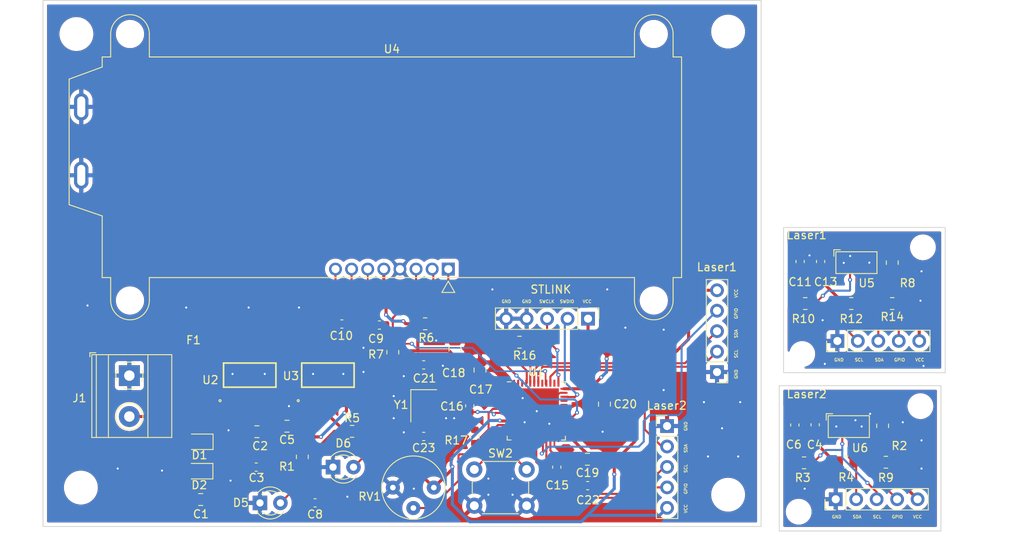
<source format=kicad_pcb>
(kicad_pcb (version 20211014) (generator pcbnew)
  (layers (0 "F.Cu" signal) (31 "B.Cu" signal) (34 "B.Paste" user) (35 "F.Paste" user) (36 "B.SilkS" user "B.Silkscreen") (37 "F.SilkS" user "F.Silkscreen") (38 "B.Mask" user) (39 "F.Mask" user) (44 "Edge.Cuts" user))
  (net 0 "")
  (net 1 "Net-(C1-Pad1)")
  (net 2 "GNDREF")
  (net 3 "+5V")
  (net 4 "+3V3")
  (net 5 "Net-(C9-Pad2)")
  (net 6 "Net-(C10-Pad1)")
  (net 7 "Net-(C10-Pad2)")
  (net 8 "Net-(C15-Pad1)")
  (net 9 "Net-(C16-Pad1)")
  (net 10 "RCC_OSC_IN")
  (net 11 "Net-(C23-Pad1)")
  (net 12 "Net-(D5-Pad2)")
  (net 13 "Net-(D6-Pad2)")
  (net 14 "+12V")
  (net 15 "SYS_JTMS-SWDIO")
  (net 16 "SYS_JTCLK-SWCLK")
  (net 17 "Net-(R2-Pad2)")
  (net 18 "I2C2_SCL_LASER2")
  (net 19 "I2C2_SDA_LASER2")
  (net 20 "I2C3_SCL_NHD")
  (net 21 "I2C3_SDA_NHD")
  (net 22 "Net-(R8-Pad2)")
  (net 23 "GPIO1_LASER2")
  (net 24 "I2C1_SCL_LASER1")
  (net 25 "I2C1_SDA_LASER1")
  (net 26 "GPIO1_LASER1")
  (net 27 "Net-(R16-Pad1)")
  (net 28 "RCC_OSC_OUT")
  (net 29 "DISTANCE_REGULATOR")
  (net 30 "SWITCH_INFO_BUTTON")
  (net 36 "RESET_NHD")
  (net 54 "+3.3VDAC")
  (net 55 "GND2")
  (net 56 "+3.3VADC")
  (net 57 "GND")
  (net 58 "Net-(ConnLaser1MC1-Pad4)")
  (net 59 "Net-(ConnLaser2MC1-Pad4)")
  (net 60 "Net-(ConnLaser1MC1-Pad2)")
  (net 61 "Net-(ConnLaser1MC1-Pad3)")
  (net 62 "Net-(ConnLaser2MC1-Pad2)")
  (net 63 "Net-(ConnLaser2MC1-Pad3)")
  (footprint "Resistor_SMD:R_0805_2012Metric" (layer "F.Cu") (at 161.1122 76.5556 180)
    (fp_text reference "R16")
    (fp_text value "10K")
  )
  (footprint "Connector_PinHeader_2.54mm:PinHeader_1x05_P2.54mm_Vertical" (layer "F.Cu") (at 200.3552 96.0628 90)
    (fp_text reference "Laser2")
    (fp_text value "Conn_01x05")
  )
  (footprint "MountingHole:MountingHole_2.2mm_M2_DIN965" (layer "F.Cu") (at 195.7578 97.6122)
    (fp_text reference "REF**" hide)
    (fp_text value "MountingHole_2.2mm_M2_DIN965")
  )
  (footprint "TerminalBlock_Phoenix:TerminalBlock_Phoenix_MKDS-1,5-2-5.08_1x02_P5.08mm_Horizontal" (layer "F.Cu") (at 112.695 80.705 -90)
    (fp_text reference "J1")
    (fp_text value "Screw_Terminal_01x02")
  )
  (footprint "Capacitor_SMD:C_0603_1608Metric" (layer "F.Cu") (at 165.735 92.075 -90)
    (fp_text reference "C15")
    (fp_text value "100n")
  )
  (footprint "Package_DFN_QFN:QFN-48-1EP_7x7mm_P0.5mm_EP5.6x5.6mm" (layer "F.Cu") (at 163.195 85.09)
    (fp_text reference "U1")
    (fp_text value "STM32F411CEUx")
  )
  (footprint "Capacitor_SMD:C_0603_1608Metric" (layer "F.Cu") (at 198.4775 66.535 90)
    (fp_text reference "C13")
    (fp_text value "4.7uF")
  )
  (footprint "Capacitor_SMD:C_0603_1608Metric" (layer "F.Cu") (at 143.7262 74.422 180)
    (fp_text reference "C9")
    (fp_text value "1uF")
  )
  (footprint "Capacitor_SMD:C_0805_2012Metric" (layer "F.Cu") (at 132.255 86.99 180)
    (fp_text reference "C5")
    (fp_text value "47uF")
  )
  (footprint "Capacitor_SMD:C_0805_2012Metric" (layer "F.Cu") (at 128.525 87.675)
    (fp_text reference "C2")
    (fp_text value "47uF")
  )
  (footprint "Sensor_Distance:ST_VL53L1x" (layer "F.Cu") (at 201.9775 87.04)
    (fp_text reference "U6")
    (fp_text value "VL53L1CXV0FY1")
  )
  (footprint "Capacitor_SMD:C_0805_2012Metric" (layer "F.Cu") (at 121.55 96.1 180)
    (fp_text reference "C1")
    (fp_text value "47uF")
  )
  (footprint "Display:NHD-C0220BiZ" (layer "F.Cu") (at 145.275 51.575)
    (fp_text reference "U4")
    (fp_text value "NHD-C0220BIZ")
  )
  (footprint "Diode_SMD:D_0805_2012Metric" (layer "F.Cu") (at 121.4 88.925 180)
    (fp_text reference "D1")
    (fp_text value "D_Zener")
  )
  (footprint "Capacitor_SMD:C_0603_1608Metric" (layer "F.Cu") (at 195.9375 66.535 90)
    (fp_text reference "C11")
    (fp_text value "100nF")
  )
  (footprint "LED_THT:LED_D3.0mm" (layer "F.Cu") (at 128.9 96.52)
    (fp_text reference "D5")
    (fp_text value "Green LED 5V")
  )
  (footprint "MountingHole:MountingHole_3.2mm_M3" (layer "F.Cu") (at 106.125 38.275)
    (fp_text reference "REF**" hide)
    (fp_text value "MountingHole_3.2mm_M3")
  )
  (footprint "Resistor_SMD:R_0805_2012Metric" (layer "F.Cu") (at 201.6525 91.44)
    (fp_text reference "R4")
    (fp_text value "2K2")
  )
  (footprint "Resistor_SMD:R_0805_2012Metric" (layer "F.Cu") (at 196.4275 91.54)
    (fp_text reference "R3")
    (fp_text value "2K2")
  )
  (footprint "Connector_PinHeader_2.54mm:PinHeader_1x05_P2.54mm_Vertical" (layer "F.Cu") (at 185.6232 80.264 180)
    (fp_text reference "Laser1")
    (fp_text value "Conn_01x05")
  )
  (footprint "Sensor_Distance:ST_VL53L1x" (layer "F.Cu") (at 202.9225 66.675)
    (fp_text reference "U5")
    (fp_text value "VL53L1CXV0FY1")
  )
  (footprint "MountingHole:MountingHole_3.2mm_M3" (layer "F.Cu") (at 187 95.5)
    (fp_text reference "REF**" hide)
    (fp_text value "MountingHole_3.2mm_M3")
  )
  (footprint "Button_Switch_THT:SW_PUSH_6mm" (layer "F.Cu") (at 155.5 92.365)
    (fp_text reference "SW2")
    (fp_text value "SW_Push")
  )
  (footprint "Resistor_SMD:R_0805_2012Metric" (layer "F.Cu") (at 206.1775 86.94 90)
    (fp_text reference "R2")
    (fp_text value "10K")
  )
  (footprint "Capacitor_SMD:C_0805_2012Metric" (layer "F.Cu") (at 156.21 80.01 90)
    (fp_text reference "C17")
    (fp_text value "100nF")
  )
  (footprint "Resistor_SMD:R_0805_2012Metric" (layer "F.Cu") (at 140.335 87.63)
    (fp_text reference "R5")
    (fp_text value "390R(*)")
  )
  (footprint "MountingHole:MountingHole_2.2mm_M2_DIN965" (layer "F.Cu") (at 210.8675 84.5)
    (fp_text reference "REF**" hide)
    (fp_text value "MountingHole_2.2mm_M2_DIN965")
  )
  (footprint "Resistor_SMD:R_0805_2012Metric" (layer "F.Cu") (at 202.2875 71.755)
    (fp_text reference "R12")
    (fp_text value "2K2")
  )
  (footprint "Capacitor_SMD:C_0603_1608Metric" (layer "F.Cu") (at 128.445 92.07)
    (fp_text reference "C3")
    (fp_text value "100nF")
  )
  (footprint "Fuse:Fuse_0402_1005Metric" (layer "F.Cu") (at 120.65 77.465)
    (fp_text reference "F1")
    (fp_text value "Fuse")
  )
  (footprint "Capacitor_SMD:C_0603_1608Metric" (layer "F.Cu") (at 149.225 88.265 180)
    (fp_text reference "C23")
    (fp_text value "12p")
  )
  (footprint "Connector_PinHeader_2.54mm:PinHeader_1x05_P2.54mm_Vertical" (layer "F.Cu") (at 169.6166 73.6342 -90)
    (fp_text reference "STLINK")
    (fp_text value "Conn_01x05")
  )
  (footprint "Resistor_SMD:R_0805_2012Metric" (layer "F.Cu") (at 207.3675 66.675 90)
    (fp_text reference "R8")
    (fp_text value "10K")
  )
  (footprint "MountingHole:MountingHole_3.2mm_M3" (layer "F.Cu") (at 106.68 94.615)
    (fp_text reference "REF**" hide)
    (fp_text value "MountingHole_3.2mm_M3")
  )
  (footprint "Resistor_SMD:R_0805_2012Metric" (layer "F.Cu") (at 196.5725 71.755)
    (fp_text reference "R10")
    (fp_text value "2K2")
  )
  (footprint "Resistor_SMD:R_0603_1608Metric" (layer "F.Cu") (at 155.575 88.265 90)
    (fp_text reference "R17")
    (fp_text value "47")
  )
  (footprint "Crystal:Crystal_SMD_SeikoEpson_FA238-4Pin_3.2x2.5mm" (layer "F.Cu") (at 149.225 84.455 -90)
    (fp_text reference "Y1")
    (fp_text value "16MHz")
  )
  (footprint "Resistor_SMD:R_0805_2012Metric" (layer "F.Cu") (at 206.5775 91.465 180)
    (fp_text reference "R9")
    (fp_text value "10K")
  )
  (footprint "Capacitor_SMD:C_0603_1608Metric" (layer "F.Cu") (at 197.8025 86.815 90)
    (fp_text reference "C4")
    (fp_text value "100nF")
  )
  (footprint "Connector_PinHeader_2.54mm:PinHeader_1x05_P2.54mm_Vertical" (layer "F.Cu") (at 200.5584 76.4032 90)
    (fp_text reference "Laser1")
    (fp_text value "Conn_01x05")
  )
  (footprint "Capacitor_SMD:C_0805_2012Metric" (layer "F.Cu") (at 169.545 91.1 180)
    (fp_text reference "C19")
    (fp_text value "100nF")
  )
  (footprint "MountingHole:MountingHole_3.2mm_M3" (layer "F.Cu") (at 187 37.975)
    (fp_text reference "REF**" hide)
    (fp_text value "MountingHole_3.2mm_M3")
  )
  (footprint "Capacitor_SMD:C_0603_1608Metric" (layer "F.Cu") (at 169.575 94.375 180)
    (fp_text reference "C22")
    (fp_text value "4.7uF")
  )
  (footprint "NCP1117ST33T3G:SOT230P700X180-4N" (layer "F.Cu") (at 137.335 80.645 90)
    (fp_text reference "U3")
    (fp_text value "NCP1117ST33T3G")
  )
  (footprint "Resistor_SMD:R_0805_2012Metric" (layer "F.Cu") (at 145.3896 77.7983 90)
    (fp_text reference "R7")
    (fp_text value "2K2")
  )
  (footprint "Capacitor_SMD:C_0603_1608Metric" (layer "F.Cu") (at 135.74 96.51 180)
    (fp_text reference "C8")
    (fp_text value "100nF")
  )
  (footprint "Resistor_SMD:R_0805_2012Metric" (layer "F.Cu") (at 149.4047 74.2696)
    (fp_text reference "R6")
    (fp_text value "2K2")
  )
  (footprint "MountingHole:MountingHole_2.2mm_M2_DIN965" (layer "F.Cu") (at 211.1775 64.77)
    (fp_text reference "REF**" hide)
    (fp_text value "MountingHole_2.2mm_M2_DIN965")
  )
  (footprint "Resistor_SMD:R_0805_2012Metric" (layer "F.Cu") (at 207.3675 71.755 180)
    (fp_text reference "R14")
    (fp_text value "10K")
  )
  (footprint "Capacitor_SMD:C_0603_1608Metric" (layer "F.Cu") (at 149.225 79.375)
    (fp_text reference "C21")
    (fp_text value "12p")
  )
  (footprint "Connector_PinHeader_2.54mm:PinHeader_1x05_P2.54mm_Vertical" (layer "F.Cu") (at 179.4256 86.9696)
    (fp_text reference "Laser2")
    (fp_text value "Conn_01x05")
  )
  (footprint "Capacitor_SMD:C_0805_2012Metric" (layer "F.Cu") (at 153.1 77.405 90)
    (fp_text reference "C18")
    (fp_text value "100nF")
  )
  (footprint "Resistor_SMD:R_0805_2012Metric" (layer "F.Cu") (at 134.16 90.8 -90)
    (fp_text reference "R1")
    (fp_text value "390R(*)")
  )
  (footprint "Diode_SMD:D_0805_2012Metric" (layer "F.Cu") (at 121.375 92.575 180)
    (fp_text reference "D2")
    (fp_text value "D_Zener")
  )
  (footprint "Potentiometer_THT:Potentiometer_Bourns_3339P_Vertical_HandSoldering" (layer "F.Cu") (at 150.48 94.615 90)
    (fp_text reference "RV1")
    (fp_text value "10k")
  )
  (footprint "MountingHole:MountingHole_2.2mm_M2_DIN965" (layer "F.Cu") (at 196.2 78.025)
    (fp_text reference "REF**" hide)
    (fp_text value "MountingHole_2.2mm_M2_DIN965")
  )
  (footprint "Capacitor_SMD:C_0603_1608Metric" (layer "F.Cu") (at 139.065 74.295)
    (fp_text reference "C10")
    (fp_text value "1uF")
  )
  (footprint "NCP1117ST50T3G:SOT230P700X180-4N" (layer "F.Cu") (at 127.635 80.645 90)
    (fp_text reference "U2")
    (fp_text value "NCP1117ST50T3G")
  )
  (footprint "Capacitor_SMD:C_0603_1608Metric" (layer "F.Cu") (at 154.94 84.455 90)
    (fp_text reference "C16")
    (fp_text value "100n")
  )
  (footprint "LED_THT:LED_D3.0mm" (layer "F.Cu") (at 137.97 92.07)
    (fp_text reference "D6")
    (fp_text value "Green LED 5V")
  )
  (footprint "Capacitor_SMD:C_0805_2012Metric" (layer "F.Cu") (at 171.6532 84.2518 -90)
    (fp_text reference "C20")
    (fp_text value "100nF")
  )
  (footprint "Capacitor_SMD:C_0603_1608Metric" (layer "F.Cu") (at 195.2775 86.84 90)
    (fp_text reference "C6")
    (fp_text value "4.7uF")
  )
  (gr_rect (start 213.4075 81.96) (end 193.3475 100.0018) (layer "Edge.Cuts") (width 0.1) (fill none))
  (gr_rect (start 101.981 34.1) (end 191.099 99.444) (layer "Edge.Cuts") (width 0.1) (fill none))
  (gr_rect (start 213.9442 62.3023) (end 193.8842 80.3441) (layer "Edge.Cuts") (width 0.1) (fill none))
  (gr_text "GND" (at 159.474992 71.5) (layer "F.SilkS") (effects (font (size 0.381 0.381) (thickness 0.0762))))
  (gr_text "VCC" (at 210.774999 78.750009) (layer "F.SilkS") (effects (font (size 0.381 0.381) (thickness 0.0762))))
  (gr_text "VCC" (at 210.499992 98.250004) (layer "F.SilkS") (effects (font (size 0.381 0.381) (thickness 0.0762))))
  (gr_text "VCC" (at 181.750004 97.25 90) (layer "F.SilkS") (effects (font (size 0.381 0.381) (thickness 0.0762))))
  (gr_text "SCL" (at 205.5 98.25) (layer "F.SilkS") (effects (font (size 0.381 0.381) (thickness 0.0762))))
  (gr_text "VCC" (at 169.499991 71.500009) (layer "F.SilkS") (effects (font (size 0.381 0.381) (thickness 0.0762))))
  (gr_text "SDA" (at 188.000005 75.500001 90) (layer "F.SilkS") (effects (font (size 0.381 0.381) (thickness 0.0762))))
  (gr_text "GND" (at 162 71.5) (layer "F.SilkS") (effects (font (size 0.381 0.381) (thickness 0.0762))))
  (gr_text "SCL" (at 203.25 78.750005) (layer "F.SilkS") (effects (font (size 0.381 0.381) (thickness 0.0762))))
  (gr_text "SDA" (at 203 98.25) (layer "F.SilkS") (effects (font (size 0.381 0.381) (thickness 0.0762))))
  (gr_text "SWCLK" (at 164.500001 71.500009) (layer "F.SilkS") (effects (font (size 0.381 0.381) (thickness 0.0762))))
  (gr_text "GPIO" (at 207.999995 98.25) (layer "F.SilkS") (effects (font (size 0.381 0.381) (thickness 0.0762))))
  (gr_text "GPIO" (at 188.000005 73.000006 90) (layer "F.SilkS") (effects (font (size 0.381 0.381) (thickness 0.0762))))
  (gr_text "GND" (at 200.75 78.75) (layer "F.SilkS") (effects (font (size 0.381 0.381) (thickness 0.0762))))
  (gr_text "SDA" (at 205.75 78.75) (layer "F.SilkS") (effects (font (size 0.381 0.381) (thickness 0.0762))))
  (gr_text "GND" (at 200.474993 98.249995) (layer "F.SilkS") (effects (font (size 0.381 0.381) (thickness 0.0762))))
  (gr_text "GND" (at 181.75 87 90) (layer "F.SilkS") (effects (font (size 0.381 0.381) (thickness 0.0762))))
  (gr_text "SCL" (at 181.750005 92.250006 90) (layer "F.SilkS") (effects (font (size 0.381 0.381) (thickness 0.0762))))
  (gr_text "GPIO" (at 181.750005 94.750001 90) (layer "F.SilkS") (effects (font (size 0.381 0.381) (thickness 0.0762))))
  (gr_text "SCL" (at 188.000005 77.999996 90) (layer "F.SilkS") (effects (font (size 0.381 0.381) (thickness 0.0762))))
  (gr_text "SWDIO" (at 166.999996 71.500009) (layer "F.SilkS") (effects (font (size 0.381 0.381) (thickness 0.0762))))
  (gr_text "GND" (at 188 80.525008 90) (layer "F.SilkS") (effects (font (size 0.381 0.381) (thickness 0.0762))))
  (gr_text "SDA" (at 181.750005 89.750011 90) (layer "F.SilkS") (effects (font (size 0.381 0.381) (thickness 0.0762))))
  (gr_text "GPIO" (at 208.275002 78.750005) (layer "F.SilkS") (effects (font (size 0.381 0.381) (thickness 0.0762))))
  (gr_text "VCC" (at 188.000009 70.500009 90) (layer "F.SilkS") (effects (font (size 0.381 0.381) (thickness 0.0762))))
  (segment (start 130.6786 83.545) (end 129.935 83.545) (width 0.254) (layer "F.Cu") (net 1))
  (segment (start 122.6794 75.9206) (end 131.7498 75.9206) (width 0.254) (layer "F.Cu") (net 1))
  (segment (start 122.28 93.9875) (end 122.2675 93.975) (width 0.254) (layer "F.Cu") (net 1))
  (segment (start 122.2675 84.5901) (end 121.135 83.4576) (width 0.254) (layer "F.Cu") (net 1))
  (segment (start 122.28 96.515) (end 122.28 93.9875) (width 0.254) (layer "F.Cu") (net 1))
  (segment (start 122.2675 91.115) (end 122.2675 84.5901) (width 0.254) (layer "F.Cu") (net 1))
  (segment (start 131.7498 75.9206) (end 131.7498 82.4738) (width 0.254) (layer "F.Cu") (net 1))
  (segment (start 121.135 77.465) (end 122.6794 75.9206) (width 0.254) (layer "F.Cu") (net 1))
  (segment (start 122.2675 91.115) (end 122.2675 93.975) (width 0.254) (layer "F.Cu") (net 1))
  (segment (start 131.7498 82.4738) (end 130.6786 83.545) (width 0.254) (layer "F.Cu") (net 1))
  (segment (start 121.135 83.4576) (end 121.135 77.465) (width 0.254) (layer "F.Cu") (net 1))
  (segment (start 160.945 82.84) (end 160.945 81.6525) (width 0.2032) (layer "F.Cu") (net 2))
  (segment (start 165.445 87.32) (end 165.445 88.5275) (width 0.2032) (layer "F.Cu") (net 2))
  (segment (start 163.25 85.125) (end 163.852178 85.125) (width 0.2032) (layer "F.Cu") (net 2))
  (segment (start 167.415 91.44) (end 168.595 91.44) (width 0.2032) (layer "F.Cu") (net 2))
  (segment (start 163.195 85.09) (end 160.945 82.84) (width 0.2032) (layer "F.Cu") (net 2))
  (segment (start 163.25 85.125) (end 163.16 85.125) (width 0.2032) (layer "F.Cu") (net 2))
  (segment (start 164.8125 86.6875) (end 165.445 87.32) (width 0.2032) (layer "F.Cu") (net 2))
  (segment (start 159.7575 85.84) (end 162.445 85.84) (width 0.2032) (layer "F.Cu") (net 2))
  (segment (start 166.137178 82.84) (end 166.6325 82.84) (width 0.2032) (layer "F.Cu") (net 2))
  (segment (start 162.445 85.84) (end 163.195 85.09) (width 0.2032) (layer "F.Cu") (net 2))
  (segment (start 165.445 88.5275) (end 165.445 89.47) (width 0.2032) (layer "F.Cu") (net 2))
  (segment (start 150.025 83.355) (end 150.025 83.455) (width 0.2032) (layer "F.Cu") (net 2))
  (segment (start 163.16 85.125) (end 162.34892 85.93608) (width 0.2032) (layer "F.Cu") (net 2))
  (segment (start 165.445 89.47) (end 167.415 91.44) (width 0.2032) (layer "F.Cu") (net 2))
  (segment (start 148.425 85.055) (end 148.425 85.555) (width 0.2032) (layer "F.Cu") (net 2))
  (segment (start 163.852178 85.125) (end 166.137178 82.84) (width 0.2032) (layer "F.Cu") (net 2))
  (segment (start 150.025 83.455) (end 148.425 85.055) (width 0.2032) (layer "F.Cu") (net 2))
  (segment (start 163.25 85.125) (end 164.8125 86.6875) (width 0.2032) (layer "F.Cu") (net 2))
  (via (at 132.5 84.5) (size 0.508) (drill 0.254) (layers "F.Cu" "B.Cu") (net 2))
  (via (at 172 70) (size 0.508) (drill 0.254) (layers "F.Cu" "B.Cu") (net 2))
  (via (at 184.5 90.75) (size 0.508) (drill 0.254) (layers "F.Cu" "B.Cu") (net 2))
  (via (at 145.5 86) (size 0.508) (drill 0.254) (layers "F.Cu" "B.Cu") (net 2))
  (via (at 160.25 93.5) (size 0.508) (drill 0.254) (layers "F.Cu" "B.Cu") (net 2))
  (via (at 111.25 92.25) (size 0.508) (drill 0.254) (layers "F.Cu" "B.Cu") (net 2))
  (via (at 186.25 87.25) (size 0.508) (drill 0.254) (layers "F.Cu" "B.Cu") (net 2))
  (via (at 188.25 90.75) (size 0.508) (drill 0.254) (layers "F.Cu" "B.Cu") (net 2))
  (via (at 139.75 95.75) (size 0.508) (drill 0.254) (layers "F.Cu" "B.Cu") (net 2))
  (via (at 157.25 95.5) (size 0.508) (drill 0.254) (layers "F.Cu" "B.Cu") (net 2))
  (via (at 157.25 93.5) (size 0.508) (drill 0.254) (layers "F.Cu" "B.Cu") (net 2))
  (via (at 150.775 76.35) (size 0.508) (drill 0.254) (layers "F.Cu" "B.Cu") (net 2))
  (via (at 146.75 87.75) (size 0.508) (drill 0.254) (layers "F.Cu" "B.Cu") (net 2))
  (via (at 161.75 86.5) (size 0.508) (drill 0.254) (layers "F.Cu" "B.Cu") (net 2))
  (via (at 188.5 84) (size 0.508) (drill 0.254) (layers "F.Cu" "B.Cu") (net 2))
  (via (at 135.5 80.5) (size 0.508) (drill 0.254) (layers "F.Cu" "B.Cu") (net 2))
  (via (at 148 94.75) (size 0.508) (drill 0.254) (layers "F.Cu" "B.Cu") (net 2))
  (via (at 129.5 80.5) (size 0.508) (drill 0.254) (layers "F.Cu" "B.Cu") (net 2))
  (via (at 151.6 79.475) (size 0.508) (drill 0.254) (layers "F.Cu" "B.Cu") (net 2))
  (via (at 127.5 72.25) (size 0.508) (drill 0.254) (layers "F.Cu" "B.Cu") (net 2))
  (via (at 161.5 83.5) (size 0.508) (drill 0.254) (layers "F.Cu" "B.Cu") (net 2))
  (via (at 146.75 80.775) (size 0.508) (drill 0.254) (layers "F.Cu" "B.Cu") (net 2))
  (via (at 145.5 83.25) (size 0.508) (drill 0.254) (layers "F.Cu" "B.Cu") (net 2))
  (via (at 171.425 87.675) (size 0.508) (drill 0.254) (layers "F.Cu" "B.Cu") (net 2))
  (via (at 125.25 93.75) (size 0.508) (drill 0.254) (layers "F.Cu" "B.Cu") (net 2))
  (via (at 141.75 80.25) (size 0.508) (drill 0.254) (layers "F.Cu" "B.Cu") (net 2))
  (via (at 164.8125 86.6875) (size 0.508) (drill 0.254) (layers "F.Cu" "B.Cu") (net 2))
  (via (at 179 82.5) (size 0.508) (drill 0.254) (layers "F.Cu" "B.Cu") (net 2))
  (via (at 125 87.5) (size 0.508) (drill 0.254) (layers "F.Cu" "B.Cu") (net 2))
  (via (at 116.75 92.5) (size 0.508) (drill 0.254) (layers "F.Cu" "B.Cu") (net 2))
  (via (at 119.75 72.25) (size 0.508) (drill 0.254) (layers "F.Cu" "B.Cu") (net 2))
  (via (at 153 86) (size 0.508) (drill 0.254) (layers "F.Cu" "B.Cu") (net 2))
  (via (at 152 86) (size 0.508) (drill 0.254) (layers "F.Cu" "B.Cu") (net 2))
  (via (at 174.25 74.75) (size 0.508) (drill 0.254) (layers "F.Cu" "B.Cu") (net 2))
  (via (at 184 84) (size 0.508) (drill 0.254) (layers "F.Cu" "B.Cu") (net 2))
  (via (at 125.5 80.5) (size 0.508) (drill 0.254) (layers "F.Cu" "B.Cu") (net 2))
  (via (at 141.75 77.25) (size 0.508) (drill 0.254) (layers "F.Cu" "B.Cu") (net 2))
  (via (at 139.25 80.5) (size 0.508) (drill 0.254) (layers "F.Cu" "B.Cu") (net 2))
  (via (at 157.75 70) (size 0.508) (drill 0.254) (layers "F.Cu" "B.Cu") (net 2))
  (via (at 163.25 85.125) (size 0.508) (drill 0.254) (layers "F.Cu" "B.Cu") (net 2))
  (via (at 160.25 95.5) (size 0.508) (drill 0.254) (layers "F.Cu" "B.Cu") (net 2))
  (via (at 179 75) (size 0.508) (drill 0.254) (layers "F.Cu" "B.Cu") (net 2))
  (via (at 133.75 72.25) (size 0.508) (drill 0.254) (layers "F.Cu" "B.Cu") (net 2))
  (via (at 107.5 72) (size 0.508) (drill 0.254) (layers "F.Cu" "B.Cu") (net 2))
  (segment (start 133.1409 90.9066) (end 128.8716 90.9066) (width 0.381) (layer "F.Cu") (net 3))
  (segment (start 139.635 83.545) (end 139.635 85.1042) (width 0.381) (layer "F.Cu") (net 3))
  (segment (start 128.8716 90.9066) (end 127.495 89.53) (width 0.381) (layer "F.Cu") (net 3))
  (segment (start 136.4742 88.3158) (end 135.7317 88.3158) (width 0.381) (layer "F.Cu") (net 3))
  (segment (start 127.67 89.705) (end 127.67 92.07) (width 0.381) (layer "F.Cu") (net 3))
  (segment (start 127.495 89.53) (end 127.495 83.685) (width 0.381) (layer "F.Cu") (net 3))
  (segment (start 127.495 83.685) (end 127.635 83.545) (width 0.381) (layer "F.Cu") (net 3))
  (segment (start 134.16 89.8875) (end 133.1409 90.9066) (width 0.381) (layer "F.Cu") (net 3))
  (segment (start 135.7317 88.3158) (end 134.16 89.8875) (width 0.381) (layer "F.Cu") (net 3))
  (segment (start 127.495 89.53) (end 127.67 89.705) (width 0.381) (layer "F.Cu") (net 3))
  (segment (start 139.635 85.1042) (end 139.3952 85.344) (width 0.381) (layer "F.Cu") (net 3))
  (via (at 139.3952 85.344) (size 0.508) (drill 0.254) (layers "F.Cu" "B.Cu") (net 3))
  (via (at 136.4742 88.3158) (size 0.508) (drill 0.254) (layers "F.Cu" "B.Cu") (net 3))
  (segment (start 139.3952 85.344) (end 136.4742 88.265) (width 0.381) (layer "B.Cu") (net 3))
  (segment (start 136.4742 88.265) (end 136.4742 88.3158) (width 0.381) (layer "B.Cu") (net 3))
  (segment (start 133.205 86.99) (end 135.8875 86.99) (width 0.381) (layer "F.Cu") (net 4))
  (segment (start 165.945 88.5275) (end 167.5825 88.5275) (width 0.381) (layer "F.Cu") (net 4))
  (segment (start 159.7575 82.34) (end 160.445 81.6525) (width 0.381) (layer "F.Cu") (net 4))
  (segment (start 139.4225 87.63) (end 137.335 85.5425) (width 0.381) (layer "F.Cu") (net 4))
  (segment (start 144.5514 70.6464) (end 144.275 70.37) (width 0.381) (layer "F.Cu") (net 4))
  (segment (start 145.3896 78.7108) (end 145.3896 80.101022) (width 0.381) (layer "F.Cu") (net 4))
  (segment (start 152.781 92.314) (end 150.48 94.615) (width 0.381) (layer "F.Cu") (net 4))
  (segment (start 175.4124 85.1662) (end 175.4124 88.8876) (width 0.381) (layer "F.Cu") (net 4))
  (segment (start 145.3896 78.7108) (end 146.4892 78.7108) (width 0.381) (layer "F.Cu") (net 4))
  (segment (start 148.4922 74.2696) (end 148.4922 77.5922) (width 0.381) (layer "F.Cu") (net 4))
  (segment (start 155.705 80.96) (end 156.21 80.96) (width 0.381) (layer "F.Cu") (net 4))
  (segment (start 156.21 80.96) (end 157.5968 80.96) (width 0.381) (layer "F.Cu") (net 4))
  (segment (start 150.48 94.615) (end 142.42718 86.56218) (width 0.381) (layer "F.Cu") (net 4))
  (segment (start 169.06218 90.00718) (end 169.100909 90.00718) (width 0.381) (layer "F.Cu") (net 4))
  (segment (start 153.1 78.355) (end 152.5776 78.355) (width 0.381) (layer "F.Cu") (net 4))
  (segment (start 144.5514 73.152) (end 144.5514 70.6464) (width 0.381) (layer "F.Cu") (net 4))
  (segment (start 170.6914 81.4836) (end 171.25 80.925) (width 0.381) (layer "F.Cu") (net 4))
  (segment (start 140.49032 86.56218) (end 139.4225 87.63) (width 0.381) (layer "F.Cu") (net 4))
  (segment (start 145.3896 80.101022) (end 142.42718 83.063442) (width 0.381) (layer "F.Cu") (net 4))
  (segment (start 171.7764 78.025) (end 172.25 78.025) (width 0.381) (layer "F.Cu") (net 4))
  (segment (start 184.0738 70.104) (end 185.6232 70.104) (width 0.381) (layer "F.Cu") (net 4))
  (segment (start 137.335 85.5425) (end 137.335 83.545) (width 0.381) (layer "F.Cu") (net 4))
  (segment (start 158.71439 86.34) (end 158.65609 86.2817) (width 0.381) (layer "F.Cu") (net 4))
  (segment (start 148.525 77.625) (end 152.37 77.625) (width 0.381) (layer "F.Cu") (net 4))
  (segment (start 148.4922 77.5922) (end 148.525 77.625) (width 0.381) (layer "F.Cu") (net 4))
  (segment (start 167.5825 88.5275) (end 169.06218 90.00718) (width 0.381) (layer "F.Cu") (net 4))
  (segment (start 138.1506 87.63) (end 139.4225 87.63) (width 0.381) (layer "F.Cu") (net 4))
  (segment (start 171.6532 83.3018) (end 173.548 83.3018) (width 0.381) (layer "F.Cu") (net 4))
  (segment (start 136.0678 96.0628) (end 136.0678 89.7128) (width 0.381) (layer "F.Cu") (net 4))
  (segment (start 180.2422 78.025) (end 182.0926 76.1746) (width 0.381) (layer "F.Cu") (net 4))
  (segment (start 175.4124 88.8876) (end 172.8724 91.4276) (width 0.381) (layer "F.Cu") (net 4))
  (segment (start 169.6166 75.8652) (end 171.7764 78.025) (width 0.381) (layer "F.Cu") (net 4))
  (segment (start 157.5968 80.96) (end 158.9768 82.34) (width 0.381) (layer "F.Cu") (net 4))
  (segment (start 136.0678 89.7128) (end 138.1506 87.63) (width 0.381) (layer "F.Cu") (net 4))
  (segment (start 171.925 78.35) (end 172.25 78.025) (width 0.381) (layer "F.Cu") (net 4))
  (segment (start 173.548 83.3018) (end 175.4124 85.1662) (width 0.381) (layer "F.Cu") (net 4))
  (segment (start 146.4892 78.7108) (end 147.575 77.625) (width 0.381) (layer "F.Cu") (net 4))
  (segment (start 142.42718 83.063442) (end 142.42718 86.56218) (width 0.381) (layer "F.Cu") (net 4))
  (segment (start 170.32 91.226271) (end 170.32 94.405) (width 0.381) (layer "F.Cu") (net 4))
  (segment (start 152.781 92.0242) (end 152.781 92.314) (width 0.381) (layer "F.Cu") (net 4))
  (segment (start 135.8875 86.99) (end 137.335 85.5425) (width 0.381) (layer "F.Cu") (net 4))
  (segment (start 171.925 78.61398) (end 171.925 78.35) (width 0.381) (layer "F.Cu") (net 4))
  (segment (start 159.7575 86.34) (end 158.71439 86.34) (width 0.381) (layer "F.Cu") (net 4))
  (segment (start 166.6325 82.34) (end 170.6914 82.34) (width 0.381) (layer "F.Cu") (net 4))
  (segment (start 144.275 70.37) (end 144.275 67.475) (width 0.381) (layer "F.Cu") (net 4))
  (segment (start 172.8724 91.4276) (end 172.8724 92.964) (width 0.381) (layer "F.Cu") (net 4))
  (segment (start 170.6914 82.34) (end 171.6532 83.3018) (width 0.381) (layer "F.Cu") (net 4))
  (segment (start 152.37 77.625) (end 155.705 80.96) (width 0.381) (layer "F.Cu") (net 4))
  (segment (start 172.25 78.025) (end 180.2422 78.025) (width 0.381) (layer "F.Cu") (net 4))
  (segment (start 142.42718 86.56218) (end 140.49032 86.56218) (width 0.381) (layer "F.Cu") (net 4))
  (segment (start 169.100909 90.00718) (end 170.32 91.226271) (width 0.381) (layer "F.Cu") (net 4))
  (segment (start 182.0926 76.1746) (end 182.0926 72.0852) (width 0.381) (layer "F.Cu") (net 4))
  (segment (start 169.6166 73.6342) (end 169.6166 75.8652) (width 0.381) (layer "F.Cu") (net 4))
  (segment (start 170.8226 91.4276) (end 170.495 91.1) (width 0.381) (layer "F.Cu") (net 4))
  (segment (start 170.6914 82.34) (end 170.6914 81.4836) (width 0.381) (layer "F.Cu") (net 4))
  (segment (start 172.8724 91.4276) (end 170.8226 91.4276) (width 0.381) (layer "F.Cu") (net 4))
  (segment (start 148.4922 74.2696) (end 147.0152 74.2696) (width 0.381) (layer "F.Cu") (net 4))
  (segment (start 147.575 77.625) (end 148.525 77.625) (width 0.381) (layer "F.Cu") (net 4))
  (segment (start 182.0926 72.0852) (end 184.0738 70.104) (width 0.381) (layer "F.Cu") (net 4))
  (segment (start 147.0152 74.2696) (end 146.685 73.9394) (width 0.381) (layer "F.Cu") (net 4))
  (segment (start 158.9768 82.34) (end 159.7575 82.34) (width 0.381) (layer "F.Cu") (net 4))
  (segment (start 136.515 96.51) (end 136.0678 96.0628) (width 0.381) (layer "F.Cu") (net 4))
  (via (at 158.65609 86.2817) (size 0.508) (drill 0.254) (layers "F.Cu" "B.Cu") (net 4))
  (via (at 152.781 92.0242) (size 0.508) (drill 0.254) (layers "F.Cu" "B.Cu") (net 4))
  (via (at 144.5514 73.152) (size 0.508) (drill 0.254) (layers "F.Cu" "B.Cu") (net 4))
  (via (at 146.685 73.9394) (size 0.508) (drill 0.254) (layers "F.Cu" "B.Cu") (net 4))
  (via (at 171.925 78.61398) (size 0.508) (drill 0.254) (layers "F.Cu" "B.Cu") (net 4))
  (via (at 171.25 80.925) (size 0.508) (drill 0.254) (layers "F.Cu" "B.Cu") (net 4))
  (via (at 172.8724 92.964) (size 0.508) (drill 0.254) (layers "F.Cu" "B.Cu") (net 4))
  (segment (start 152.6286 91.8718) (end 152.781 92.0242) (width 0.381) (layer "B.Cu") (net 4))
  (segment (start 157.3551 86.2817) (end 152.6286 91.0082) (width 0.381) (layer "B.Cu") (net 4))
  (segment (start 169.5625 98.0625) (end 172.8724 94.7526) (width 0.381) (layer "B.Cu") (net 4))
  (segment (start 172.8724 94.7526) (end 172.8724 92.964) (width 0.381) (layer "B.Cu") (net 4))
  (segment (start 152.6286 91.0082) (end 152.6286 91.8718) (width 0.381) (layer "B.Cu") (net 4))
  (segment (start 168.775 98.85) (end 169.5625 98.0625) (width 0.381) (layer "B.Cu") (net 4))
  (segment (start 152.781 92.0242) (end 152.781 96.706) (width 0.381) (layer "B.Cu") (net 4))
  (segment (start 145.3388 73.9394) (end 144.5514 73.152) (width 0.381) (layer "B.Cu") (net 4))
  (segment (start 169.5625 98.0625) (end 178.4927 98.0625) (width 0.381) (layer "B.Cu") (net 4))
  (segment (start 158.65609 86.2817) (end 157.3551 86.2817) (width 0.381) (layer "B.Cu") (net 4))
  (segment (start 154.925 98.85) (end 168.775 98.85) (width 0.381) (layer "B.Cu") (net 4))
  (segment (start 171.925 80.25) (end 171.925 78.61398) (width 0.381) (layer "B.Cu") (net 4))
  (segment (start 152.781 96.706) (end 154.925 98.85) (width 0.381) (layer "B.Cu") (net 4))
  (segment (start 171.25 80.925) (end 171.925 80.25) (width 0.381) (layer "B.Cu") (net 4))
  (segment (start 178.4927 98.0625) (end 179.4256 97.1296) (width 0.381) (layer "B.Cu") (net 4))
  (segment (start 146.685 73.9394) (end 145.3388 73.9394) (width 0.381) (layer "B.Cu") (net 4))
  (segment (start 142.275 70.37) (end 142.275 67.475) (width 0.2032) (layer "F.Cu") (net 5))
  (segment (start 142.415 73.8858) (end 142.9512 74.422) (width 0.2032) (layer "F.Cu") (net 5))
  (segment (start 142.415 70.51) (end 142.415 73.8858) (width 0.2032) (layer "F.Cu") (net 5))
  (segment (start 142.415 70.51) (end 142.275 70.37) (width 0.2032) (layer "F.Cu") (net 5))
  (segment (start 138.43 71.12) (end 138.275 70.965) (width 0.254) (layer "F.Cu") (net 6))
  (segment (start 138.43 74.155) (end 138.29 74.295) (width 0.254) (layer "F.Cu") (net 6))
  (segment (start 138.43 71.12) (end 138.43 74.155) (width 0.254) (layer "F.Cu") (net 6))
  (segment (start 138.29 74.295) (end 138.415 74.17) (width 0.2032) (layer "F.Cu") (net 6))
  (segment (start 138.275 70.965) (end 138.275 67.475) (width 0.254) (layer "F.Cu") (net 6))
  (segment (start 140.415 70.51) (end 140.275 70.37) (width 0.254) (layer "F.Cu") (net 7))
  (segment (start 140.415 70.51) (end 140.415 73.72) (width 0.254) (layer "F.Cu") (net 7))
  (segment (start 140.415 73.72) (end 139.84 74.295) (width 0.254) (layer "F.Cu") (net 7))
  (segment (start 140.275 70.37) (end 140.275 67.475) (width 0.254) (layer "F.Cu") (net 7))
  (segment (start 165.735 90.805) (end 164.945 90.015) (width 0.254) (layer "F.Cu") (net 8))
  (segment (start 165.735 91.3) (end 165.735 90.805) (width 0.254) (layer "F.Cu") (net 8))
  (segment (start 164.945 90.015) (end 164.945 88.5275) (width 0.254) (layer "F.Cu") (net 8))
  (segment (start 157.925328 85.510428) (end 158.095756 85.34) (width 0.254) (layer "F.Cu") (net 9))
  (segment (start 155.8922 85.23) (end 155.9052 85.217) (width 0.254) (layer "F.Cu") (net 9))
  (segment (start 154.94 85.23) (end 155.8922 85.23) (width 0.254) (layer "F.Cu") (net 9))
  (segment (start 158.095756 85.34) (end 159.7575 85.34) (width 0.254) (layer "F.Cu") (net 9))
  (via (at 155.9052 85.217) (size 0.508) (drill 0.254) (layers "F.Cu" "B.Cu") (net 9))
  (via (at 157.925328 85.510428) (size 0.508) (drill 0.254) (layers "F.Cu" "B.Cu") (net 9))
  (segment (start 155.9052 85.217) (end 157.6319 85.217) (width 0.254) (layer "B.Cu") (net 9))
  (segment (start 157.6319 85.217) (end 157.925328 85.510428) (width 0.254) (layer "B.Cu") (net 9))
  (segment (start 156.366289 82.350689) (end 158.3556 84.34) (width 0.254) (layer "F.Cu") (net 10))
  (segment (start 149.120689 82.350689) (end 156.366289 82.350689) (width 0.254) (layer "F.Cu") (net 10))
  (segment (start 148.425 83.355) (end 148.425 79.4) (width 0.254) (layer "F.Cu") (net 10))
  (segment (start 148.425 83.046378) (end 149.120689 82.350689) (width 0.254) (layer "F.Cu") (net 10))
  (segment (start 148.425 79.4) (end 148.45 79.375) (width 0.254) (layer "F.Cu") (net 10))
  (segment (start 148.425 83.355) (end 148.425 83.046378) (width 0.254) (layer "F.Cu") (net 10))
  (segment (start 158.3556 84.34) (end 159.7575 84.34) (width 0.254) (layer "F.Cu") (net 10))
  (segment (start 150 88.265) (end 152.2476 88.265) (width 0.254) (layer "F.Cu") (net 11))
  (segment (start 152.2476 88.265) (end 153.0726 87.44) (width 0.254) (layer "F.Cu") (net 11))
  (segment (start 153.0726 87.44) (end 155.575 87.44) (width 0.254) (layer "F.Cu") (net 11))
  (segment (start 150 88.265) (end 150.025 88.24) (width 0.254) (layer "F.Cu") (net 11))
  (segment (start 150.025 88.24) (end 150.025 85.555) (width 0.254) (layer "F.Cu") (net 11))
  (segment (start 131.44 96.52) (end 134.16 93.8) (width 0.254) (layer "F.Cu") (net 12))
  (segment (start 134.16 93.8) (end 134.16 91.7125) (width 0.254) (layer "F.Cu") (net 12))
  (segment (start 142.2654 88.6479) (end 141.2475 87.63) (width 0.254) (layer "F.Cu") (net 13))
  (segment (start 140.51 92.07) (end 142.2654 90.3146) (width 0.254) (layer "F.Cu") (net 13))
  (segment (start 142.2654 90.3146) (end 142.2654 88.6479) (width 0.254) (layer "F.Cu") (net 13))
  (segment (start 120.165 84.085) (end 120.165 77.465) (width 0.381) (layer "F.Cu") (net 14))
  (segment (start 112.695 85.785) (end 118.465 85.785) (width 0.381) (layer "F.Cu") (net 14))
  (segment (start 118.465 85.785) (end 120.165 84.085) (width 0.381) (layer "F.Cu") (net 14))
  (segment (start 167.9956 83.3628) (end 168.275 83.0834) (width 0.254) (layer "F.Cu") (net 15))
  (segment (start 166.6325 83.34) (end 167.088761 83.34) (width 0.254) (layer "F.Cu") (net 15))
  (segment (start 167.088761 83.34) (end 167.111561 83.3628) (width 0.254) (layer "F.Cu") (net 15))
  (segment (start 167.111561 83.3628) (end 167.9956 83.3628) (width 0.254) (layer "F.Cu") (net 15))
  (segment (start 168.275 83.0834) (end 168.275 83.0585) (width 0.254) (layer "F.Cu") (net 15))
  (via (at 168.275 83.0585) (size 0.508) (drill 0.254) (layers "F.Cu" "B.Cu") (net 15))
  (segment (start 166.735 73.9758) (end 167.0766 73.6342) (width 0.254) (layer "B.Cu") (net 15))
  (segment (start 168.275 83.0585) (end 166.735 81.5185) (width 0.254) (layer "B.Cu") (net 15))
  (segment (start 166.735 81.5185) (end 166.735 73.9758) (width 0.254) (layer "B.Cu") (net 15))
  (segment (start 165.939528 80.619948) (end 165.939528 81.647028) (width 0.254) (layer "F.Cu") (net 16))
  (segment (start 164.5366 73.6342) (end 164.5366 76.297) (width 0.254) (layer "F.Cu") (net 16))
  (segment (start 164.5366 76.297) (end 165.8112 77.5716) (width 0.254) (layer "F.Cu") (net 16))
  (segment (start 165.939528 81.647028) (end 165.945 81.6525) (width 0.254) (layer "F.Cu") (net 16))
  (via (at 165.8112 77.5716) (size 0.508) (drill 0.254) (layers "F.Cu" "B.Cu") (net 16))
  (via (at 165.939528 80.619948) (size 0.508) (drill 0.254) (layers "F.Cu" "B.Cu") (net 16))
  (segment (start 165.8112 77.5716) (end 165.8112 80.49162) (width 0.254) (layer "B.Cu") (net 16))
  (segment (start 165.8112 80.49162) (end 165.939528 80.619948) (width 0.254) (layer "B.Cu") (net 16))
  (segment (start 206.1775 86.0275) (end 206.1775 85.5021) (width 0.254) (layer "F.Cu") (net 17))
  (segment (start 206.1775 85.5021) (end 205.486 84.8106) (width 0.254) (layer "F.Cu") (net 17))
  (segment (start 205.486 84.8106) (end 204.1144 84.8106) (width 0.254) (layer "F.Cu") (net 17))
  (segment (start 204.1144 84.8106) (end 203.5775 85.3475) (width 0.254) (layer "F.Cu") (net 17))
  (segment (start 203.5775 85.3475) (end 203.5775 86.24) (width 0.254) (layer "F.Cu") (net 17))
  (segment (start 175.75068 95.39432) (end 165.24432 95.39432) (width 0.254) (layer "F.Cu") (net 18))
  (segment (start 179.2478 92.5322) (end 178.9303 92.2147) (width 0.254) (layer "F.Cu") (net 18))
  (segment (start 178.9303 92.2147) (end 175.75068 95.39432) (width 0.254) (layer "F.Cu") (net 18))
  (segment (start 164.445 94.595) (end 164.445 88.5275) (width 0.254) (layer "F.Cu") (net 18))
  (segment (start 165.24432 95.39432) (end 164.445 94.595) (width 0.254) (layer "F.Cu") (net 18))
  (segment (start 165.735 80.03492) (end 164.945 80.82492) (width 0.254) (layer "F.Cu") (net 19))
  (segment (start 164.945 80.82492) (end 164.945 81.6525) (width 0.254) (layer "F.Cu") (net 19))
  (segment (start 179.4256 89.5096) (end 178.7652 89.5096) (width 0.254) (layer "F.Cu") (net 19))
  (segment (start 176.657 87.4014) (end 176.657 80.6958) (width 0.254) (layer "F.Cu") (net 19))
  (segment (start 178.7652 89.5096) (end 176.657 87.4014) (width 0.254) (layer "F.Cu") (net 19))
  (segment (start 176.657 80.6958) (end 175.99612 80.03492) (width 0.254) (layer "F.Cu") (net 19))
  (segment (start 175.99612 80.03492) (end 165.735 80.03492) (width 0.254) (layer "F.Cu") (net 19))
  (segment (start 167.7028 85.84) (end 166.6325 85.84) (width 0.254) (layer "F.Cu") (net 20))
  (segment (start 150.3172 74.2696) (end 154.306 74.2696) (width 0.254) (layer "F.Cu") (net 20))
  (segment (start 150.415 74.1718) (end 150.3172 74.2696) (width 0.254) (layer "F.Cu") (net 20))
  (segment (start 150.415 67.615) (end 150.415 74.1718) (width 0.254) (layer "F.Cu") (net 20))
  (segment (start 168.2496 85.2932) (end 167.7028 85.84) (width 0.254) (layer "F.Cu") (net 20))
  (segment (start 150.275 67.475) (end 150.415 67.615) (width 0.254) (layer "F.Cu") (net 20))
  (segment (start 154.306 74.2696) (end 160.7312 80.6948) (width 0.254) (layer "F.Cu") (net 20))
  (via (at 160.7312 80.6948) (size 0.508) (drill 0.254) (layers "F.Cu" "B.Cu") (net 20))
  (via (at 168.2496 85.2932) (size 0.508) (drill 0.254) (layers "F.Cu" "B.Cu") (net 20))
  (segment (start 163.704 83.6676) (end 160.7312 80.6948) (width 0.254) (layer "B.Cu") (net 20))
  (segment (start 167.9448 83.6676) (end 163.704 83.6676) (width 0.254) (layer "B.Cu") (net 20))
  (segment (start 168.2496 83.9724) (end 167.9448 83.6676) (width 0.254) (layer "B.Cu") (net 20))
  (segment (start 168.2496 85.2932) (end 168.2496 83.9724) (width 0.254) (layer "B.Cu") (net 20))
  (segment (start 148 70.25) (end 148.275 69.975) (width 0.254) (layer "F.Cu") (net 21))
  (segment (start 145.3896 73.5354) (end 145.3896 76.8858) (width 0.254) (layer "F.Cu") (net 21))
  (segment (start 145.5254 76.75) (end 145.3896 76.8858) (width 0.2032) (layer "F.Cu") (net 21))
  (segment (start 164.34892 81.79904) (end 164.34892 80.222542) (width 0.2032) (layer "F.Cu") (net 21))
  (segment (start 148 70.25) (end 147.6 70.65) (width 0.254) (layer "F.Cu") (net 21))
  (segment (start 147.6 71.325) (end 145.3896 73.5354) (width 0.254) (layer "F.Cu") (net 21))
  (segment (start 164.34892 80.222542) (end 164.288278 80.1619) (width 0.2032) (layer "F.Cu") (net 21))
  (segment (start 148.275 69.975) (end 148.275 67.475) (width 0.254) (layer "F.Cu") (net 21))
  (segment (start 147.75 76.75) (end 145.5254 76.75) (width 0.2032) (layer "F.Cu") (net 21))
  (segment (start 147.6 70.65) (end 147.6 71.325) (width 0.254) (layer "F.Cu") (net 21))
  (via (at 147.75 76.75) (size 0.508) (drill 0.254) (layers "F.Cu" "B.Cu") (net 21))
  (via (at 164.288278 80.1619) (size 0.508) (drill 0.254) (layers "F.Cu" "B.Cu") (net 21))
  (segment (start 155.25 77.25) (end 158.1619 80.1619) (width 0.2032) (layer "B.Cu") (net 21))
  (segment (start 155.25 77.25) (end 148.25 77.25) (width 0.2032) (layer "B.Cu") (net 21))
  (segment (start 148.25 77.25) (end 147.75 76.75) (width 0.2032) (layer "B.Cu") (net 21))
  (segment (start 158.1619 80.1619) (end 164.288278 80.1619) (width 0.2032) (layer "B.Cu") (net 21))
  (segment (start 207.3675 65.7625) (end 204.635 65.7625) (width 0.254) (layer "F.Cu") (net 22))
  (segment (start 204.635 65.7625) (end 204.5225 65.875) (width 0.254) (layer "F.Cu") (net 22))
  (segment (start 179.4256 94.5896) (end 177.556084 94.5896) (width 0.254) (layer "F.Cu") (net 23))
  (segment (start 177.556084 94.5896) (end 176.260684 95.885) (width 0.254) (layer "F.Cu") (net 23))
  (segment (start 163.195 89.233761) (end 163.445 88.983761) (width 0.254) (layer "F.Cu") (net 23))
  (segment (start 163.195 91.44) (end 163.195 89.233761) (width 0.254) (layer "F.Cu") (net 23))
  (segment (start 163.83 95.25) (end 163.83 92.075) (width 0.254) (layer "F.Cu") (net 23))
  (segment (start 176.260684 95.885) (end 164.465 95.885) (width 0.254) (layer "F.Cu") (net 23))
  (segment (start 163.83 92.075) (end 163.195 91.44) (width 0.254) (layer "F.Cu") (net 23))
  (segment (start 164.465 95.885) (end 163.83 95.25) (width 0.254) (layer "F.Cu") (net 23))
  (segment (start 163.445 88.983761) (end 163.445 88.5275) (width 0.254) (layer "F.Cu") (net 23))
  (segment (start 183.7436 79.6036) (end 185.6232 77.724) (width 0.254) (layer "F.Cu") (net 24))
  (segment (start 163.445 81.6525) (end 163.445 80.1664) (width 0.254) (layer "F.Cu") (net 24))
  (segment (start 163.445 80.1664) (end 164.0078 79.6036) (width 0.254) (layer "F.Cu") (net 24))
  (segment (start 164.0078 79.6036) (end 183.7436 79.6036) (width 0.254) (layer "F.Cu") (net 24))
  (segment (start 181.63492 79.17228) (end 163.72792 79.17228) (width 0.254) (layer "F.Cu") (net 25))
  (segment (start 185.6232 75.184) (end 181.63492 79.17228) (width 0.254) (layer "F.Cu") (net 25))
  (segment (start 162.945 79.9552) (end 162.945 81.6525) (width 0.254) (layer "F.Cu") (net 25))
  (segment (start 163.72792 79.17228) (end 162.945 79.9552) (width 0.254) (layer "F.Cu") (net 25))
  (segment (start 163.8867 90.382868) (end 164.01368 90.255888) (width 0.254) (layer "F.Cu") (net 26))
  (segment (start 164.01368 90.255888) (end 164.01368 88.59618) (width 0.254) (layer "F.Cu") (net 26))
  (segment (start 164.01368 88.59618) (end 163.945 88.5275) (width 0.254) (layer "F.Cu") (net 26))
  (via (at 163.8867 90.382868) (size 0.508) (drill 0.254) (layers "F.Cu" "B.Cu") (net 26))
  (segment (start 180.858572 85.615) (end 177.275 85.615) (width 0.254) (layer "B.Cu") (net 26))
  (segment (start 181.228511 77.038689) (end 181.228511 85.245061) (width 0.254) (layer "B.Cu") (net 26))
  (segment (start 176.53 86.36) (end 176.53 88.9) (width 0.254) (layer "B.Cu") (net 26))
  (segment (start 176.53 88.9) (end 175.895 89.535) (width 0.254) (layer "B.Cu") (net 26))
  (segment (start 164.734568 89.535) (end 163.8867 90.382868) (width 0.254) (layer "B.Cu") (net 26))
  (segment (start 177.275 85.615) (end 176.53 86.36) (width 0.254) (layer "B.Cu") (net 26))
  (segment (start 181.228511 85.245061) (end 180.858572 85.615) (width 0.254) (layer "B.Cu") (net 26))
  (segment (start 185.6232 72.644) (end 181.228511 77.038689) (width 0.254) (layer "B.Cu") (net 26))
  (segment (start 175.895 89.535) (end 164.734568 89.535) (width 0.254) (layer "B.Cu") (net 26))
  (segment (start 162.445 76.9759) (end 162.445 81.6525) (width 0.254) (layer "F.Cu") (net 27))
  (segment (start 162.0247 76.5556) (end 162.445 76.9759) (width 0.254) (layer "F.Cu") (net 27))
  (segment (start 157.8062 84.84) (end 159.7575 84.84) (width 0.254) (layer "F.Cu") (net 28))
  (segment (start 157.2768 85.3694) (end 157.8062 84.84) (width 0.254) (layer "F.Cu") (net 28))
  (segment (start 157.2768 87.3882) (end 157.2768 85.3694) (width 0.254) (layer "F.Cu") (net 28))
  (segment (start 155.575 89.09) (end 157.2768 87.3882) (width 0.254) (layer "F.Cu") (net 28))
  (segment (start 156.5148 90.4748) (end 156.5148 88.760178) (width 0.254) (layer "F.Cu") (net 29))
  (segment (start 150.145 97.155) (end 153.543 93.757) (width 0.254) (layer "F.Cu") (net 29))
  (segment (start 153.543 93.757) (end 153.543 90.6272) (width 0.254) (layer "F.Cu") (net 29))
  (segment (start 147.94 97.155) (end 150.145 97.155) (width 0.254) (layer "F.Cu") (net 29))
  (segment (start 156.5148 88.760178) (end 158.434978 86.84) (width 0.254) (layer "F.Cu") (net 29))
  (segment (start 153.543 90.6272) (end 153.6954 90.4748) (width 0.254) (layer "F.Cu") (net 29))
  (segment (start 153.6954 90.4748) (end 156.5148 90.4748) (width 0.254) (layer "F.Cu") (net 29))
  (segment (start 158.434978 86.84) (end 159.7575 86.84) (width 0.254) (layer "F.Cu") (net 29))
  (segment (start 157.2632 90.6018) (end 160.9344 90.6018) (width 0.254) (layer "F.Cu") (net 30))
  (segment (start 160.9598 90.6272) (end 160.9598 88.5423) (width 0.254) (layer "F.Cu") (net 30))
  (segment (start 160.9598 88.5423) (end 160.945 88.5275) (width 0.254) (layer "F.Cu") (net 30))
  (segment (start 160.9598 91.3248) (end 160.9598 90.6272) (width 0.254) (layer "F.Cu") (net 30))
  (segment (start 160.9344 90.6018) (end 160.9598 90.6272) (width 0.254) (layer "F.Cu") (net 30))
  (segment (start 162 92.365) (end 160.9598 91.3248) (width 0.254) (layer "F.Cu") (net 30))
  (segment (start 155.5 92.365) (end 157.2632 90.6018) (width 0.254) (layer "F.Cu") (net 30))
  (segment (start 152.275 70.37) (end 162.01368 80.10868) (width 0.254) (layer "F.Cu") (net 36))
  (segment (start 152.275 67.475) (end 152.275 70.37) (width 0.254) (layer "F.Cu") (net 36))
  (segment (start 162.01368 81.58382) (end 161.945 81.6525) (width 0.254) (layer "F.Cu") (net 36))
  (segment (start 162.01368 80.10868) (end 162.01368 81.58382) (width 0.254) (layer "F.Cu") (net 36))
  (segment (start 206.502 84.2518) (end 195.326 84.2518) (width 0.381) (layer "F.Cu") (net 54))
  (segment (start 207.49 91.465) (end 207.4225 91.5325) (width 0.381) (layer "F.Cu") (net 54))
  (segment (start 197.7775 87.615) (end 197.8025 87.59) (width 0.381) (layer "F.Cu") (net 54))
  (segment (start 200.3775 87.84) (end 200.230548 87.84) (width 0.381) (layer "F.Cu") (net 54))
  (segment (start 200.74 91.44) (end 200.2536 91.44) (width 0.381) (layer "F.Cu") (net 54))
  (segment (start 207.49 93.0376) (end 210.5152 96.0628) (width 0.381) (layer "F.Cu") (net 54))
  (segment (start 207.49 89.165) (end 207.49 93.0376) (width 0.381) (layer "F.Cu") (net 54))
  (segment (start 195.2775 88.3135) (end 194.5132 89.0778) (width 0.381) (layer "F.Cu") (net 54))
  (segment (start 194.2338 88.7984) (end 194.5132 89.0778) (width 0.381) (layer "F.Cu") (net 54))
  (segment (start 194.5132 89.0778) (end 194.5132 90.5382) (width 0.381) (layer "F.Cu") (net 54))
  (segment (start 207.4672 85.217) (end 206.502 84.2518) (width 0.381) (layer "F.Cu") (net 54))
  (segment (start 207.2447 87.8525) (end 207.4672 87.63) (width 0.381) (layer "F.Cu") (net 54))
  (segment (start 207.4672 87.63) (end 207.4672 85.217) (width 0.381) (layer "F.Cu") (net 54))
  (segment (start 199.75968 86.710868) (end 200.230548 86.24) (width 0.381) (layer "F.Cu") (net 54))
  (segment (start 200.230548 86.24) (end 200.3775 86.24) (width 0.381) (layer "F.Cu") (net 54))
  (segment (start 195.326 84.2518) (end 194.2338 85.344) (width 0.381) (layer "F.Cu") (net 54))
  (segment (start 200.2536 91.44) (end 197.8025 88.9889) (width 0.381) (layer "F.Cu") (net 54))
  (segment (start 194.2338 85.344) (end 194.2338 88.7984) (width 0.381) (layer "F.Cu") (net 54))
  (segment (start 206.1775 87.8525) (end 207.49 89.165) (width 0.381) (layer "F.Cu") (net 54))
  (segment (start 195.2775 87.615) (end 197.7775 87.615) (width 0.381) (layer "F.Cu") (net 54))
  (segment (start 197.8025 87.59) (end 198.0525 87.84) (width 0.381) (layer "F.Cu") (net 54))
  (segment (start 206.1775 87.8525) (end 207.2447 87.8525) (width 0.381) (layer "F.Cu") (net 54))
  (segment (start 198.0525 87.84) (end 200.3775 87.84) (width 0.381) (layer "F.Cu") (net 54))
  (segment (start 197.8025 88.9889) (end 197.8025 87.59) (width 0.381) (layer "F.Cu") (net 54))
  (segment (start 194.5132 90.5382) (end 195.515 91.54) (width 0.381) (layer "F.Cu") (net 54))
  (segment (start 195.2775 87.615) (end 195.2775 88.3135) (width 0.381) (layer "F.Cu") (net 54))
  (segment (start 200.230548 87.84) (end 199.75968 87.369132) (width 0.381) (layer "F.Cu") (net 54))
  (segment (start 199.75968 87.369132) (end 199.75968 86.710868) (width 0.381) (layer "F.Cu") (net 54))
  (via (at 196.5 94.75) (size 0.508) (drill 0.254) (layers "F.Cu" "B.Cu") (net 55))
  (via (at 211 92.25) (size 0.508) (drill 0.254) (layers "F.Cu" "B.Cu") (net 55))
  (via (at 211 88.75) (size 0.508) (drill 0.254) (layers "F.Cu" "B.Cu") (net 55))
  (via (at 204.625 85.45) (size 0.508) (drill 0.254) (layers "F.Cu" "B.Cu") (net 55))
  (via (at 208.675 86.5) (size 0.508) (drill 0.254) (layers "F.Cu" "B.Cu") (net 55))
  (via (at 202.8 86.25) (size 0.508) (drill 0.254) (layers "F.Cu" "B.Cu") (net 55))
  (via (at 203.575 87.025) (size 0.508) (drill 0.254) (layers "F.Cu" "B.Cu") (net 55))
  (via (at 200.425 87.025) (size 0.508) (drill 0.254) (layers "F.Cu" "B.Cu") (net 55))
  (segment (start 207.3675 67.5875) (end 208.0787 67.5875) (width 0.381) (layer "F.Cu") (net 56))
  (segment (start 201.12532 66.05718) (end 201.1825 66) (width 0.381) (layer "F.Cu") (net 56))
  (segment (start 208.1784 64.2874) (end 195.5038 64.2874) (width 0.381) (layer "F.Cu") (net 56))
  (segment (start 208.28 69.1388) (end 208.28 71.755) (width 0.381) (layer "F.Cu") (net 56))
  (segment (start 201.3225 67.475) (end 201.175548 67.475) (width 0.381) (layer "F.Cu") (net 56))
  (segment (start 194.6402 68.3533) (end 194.7672 68.4803) (width 0.381) (layer "F.Cu") (net 56))
  (segment (start 201.175548 67.475) (end 200.70468 67.004132) (width 0.381) (layer "F.Cu") (net 56))
  (segment (start 208.28 71.755) (end 210.7184 74.1934) (width 0.381) (layer "F.Cu") (net 56))
  (segment (start 200.70468 66.345868) (end 200.993368 66.05718) (width 0.381) (layer "F.Cu") (net 56))
  (segment (start 200.993368 66.05718) (end 201.12532 66.05718) (width 0.381) (layer "F.Cu") (net 56))
  (segment (start 210.7184 74.1934) (end 210.7184 76.4032) (width 0.381) (layer "F.Cu") (net 56))
  (segment (start 195.4276 71.755) (end 194.7672 71.0946) (width 0.381) (layer "F.Cu") (net 56))
  (segment (start 207.3675 67.5875) (end 207.3675 68.2263) (width 0.381) (layer "F.Cu") (net 56))
  (segment (start 208.6356 67.0306) (end 208.6356 64.7446) (width 0.381) (layer "F.Cu") (net 56))
  (segment (start 194.7672 68.4803) (end 195.9375 67.31) (width 0.381) (layer "F.Cu") (net 56))
  (segment (start 195.66 71.755) (end 195.4276 71.755) (width 0.381) (layer "F.Cu") (net 56))
  (segment (start 208.0787 67.5875) (end 208.6356 67.0306) (width 0.381) (layer "F.Cu") (net 56))
  (segment (start 195.9375 67.31) (end 198.4775 67.31) (width 0.381) (layer "F.Cu") (net 56))
  (segment (start 200.70468 67.004132) (end 200.70468 66.345868) (width 0.381) (layer "F.Cu") (net 56))
  (segment (start 207.3675 68.2263) (end 208.28 69.1388) (width 0.381) (layer "F.Cu") (net 56))
  (segment (start 198.4775 68.8575) (end 201.375 71.755) (width 0.381) (layer "F.Cu") (net 56))
  (segment (start 201.3225 67.475) (end 198.6425 67.475) (width 0.381) (layer "F.Cu") (net 56))
  (segment (start 194.7672 71.0946) (end 194.7672 68.4803) (width 0.381) (layer "F.Cu") (net 56))
  (segment (start 195.5038 64.2874) (end 194.6402 65.151) (width 0.381) (layer "F.Cu") (net 56))
  (segment (start 194.6402 65.151) (end 194.6402 68.3533) (width 0.381) (layer "F.Cu") (net 56))
  (segment (start 208.6356 64.7446) (end 208.1784 64.2874) (width 0.381) (layer "F.Cu") (net 56))
  (segment (start 198.4775 67.31) (end 198.4775 68.8575) (width 0.381) (layer "F.Cu") (net 56))
  (segment (start 198.6425 67.475) (end 198.4775 67.31) (width 0.381) (layer "F.Cu") (net 56))
  (via (at 199 79.25) (size 0.508) (drill 0.254) (layers "F.Cu" "B.Cu") (net 57))
  (via (at 197.1 65.775) (size 0.508) (drill 0.254) (layers "F.Cu" "B.Cu") (net 57))
  (via (at 204.525 66.675) (size 0.508) (drill 0.254) (layers "F.Cu" "B.Cu") (net 57))
  (via (at 202.15 65.85) (size 0.508) (drill 0.254) (layers "F.Cu" "B.Cu") (net 57))
  (via (at 211.25 79.5) (size 0.508) (drill 0.254) (layers "F.Cu" "B.Cu") (net 57))
  (via (at 211 67.75) (size 0.508) (drill 0.254) (layers "F.Cu" "B.Cu") (net 57))
  (via (at 198.725 73.825) (size 0.508) (drill 0.254) (layers "F.Cu" "B.Cu") (net 57))
  (via (at 210.875 71.4) (size 0.508) (drill 0.254) (layers "F.Cu" "B.Cu") (net 57))
  (via (at 201.35 66.7) (size 0.508) (drill 0.254) (layers "F.Cu" "B.Cu") (net 57))
  (segment (start 206.455 71.755) (end 208.1784 73.4784) (width 0.254) (layer "F.Cu") (net 58))
  (segment (start 206.455 71.755) (end 206.455 70.9714) (width 0.254) (layer "F.Cu") (net 58))
  (segment (start 204.5225 69.0389) (end 204.5225 67.475) (width 0.254) (layer "F.Cu") (net 58))
  (segment (start 206.455 70.9714) (end 204.5225 69.0389) (width 0.254) (layer "F.Cu") (net 58))
  (segment (start 208.1784 73.4784) (end 208.1784 76.4032) (width 0.254) (layer "F.Cu") (net 58))
  (segment (start 206.4225 92.2225) (end 205.665 91.465) (width 0.254) (layer "F.Cu") (net 59))
  (segment (start 203.5775 89.3775) (end 203.5775 87.84) (width 0.254) (layer "F.Cu") (net 59))
  (segment (start 206.4225 92.2225) (end 206.4225 94.5101) (width 0.254) (layer "F.Cu") (net 59))
  (segment (start 205.665 91.465) (end 203.5775 89.3775) (width 0.254) (layer "F.Cu") (net 59))
  (segment (start 206.4225 94.5101) (end 207.9752 96.0628) (width 0.254) (layer "F.Cu") (net 59))
  (segment (start 203.0984 76.4032) (end 198.4502 71.755) (width 0.254) (layer "F.Cu") (net 60))
  (segment (start 197.7898 71.755) (end 198.755 70.7898) (width 0.254) (layer "F.Cu") (net 60))
  (segment (start 198.4502 71.755) (end 197.485 71.755) (width 0.254) (layer "F.Cu") (net 60))
  (segment (start 197.485 71.755) (end 197.7898 71.755) (width 0.254) (layer "F.Cu") (net 60))
  (segment (start 202.1332 67.4857) (end 202.1225 67.475) (width 0.254) (layer "F.Cu") (net 60))
  (segment (start 202.1332 68.8086) (end 202.1332 67.4857) (width 0.254) (layer "F.Cu") (net 60))
  (via (at 198.755 70.7898) (size 0.508) (drill 0.254) (layers "F.Cu" "B.Cu") (net 60))
  (via (at 202.1332 68.8086) (size 0.508) (drill 0.254) (layers "F.Cu" "B.Cu") (net 60))
  (segment (start 202.0824 70.1548) (end 202.1332 70.104) (width 0.254) (layer "B.Cu") (net 60))
  (segment (start 202.1332 70.104) (end 202.1332 68.8086) (width 0.254) (layer "B.Cu") (net 60))
  (segment (start 198.755 70.7898) (end 199.39 70.1548) (width 0.254) (layer "B.Cu") (net 60))
  (segment (start 199.39 70.1548) (end 202.0824 70.1548) (width 0.254) (layer "B.Cu") (net 60))
  (segment (start 205.6384 74.1934) (end 203.2 71.755) (width 0.254) (layer "F.Cu") (net 61))
  (segment (start 205.6384 76.4032) (end 205.6384 74.1934) (width 0.254) (layer "F.Cu") (net 61))
  (segment (start 202.9225 71.4775) (end 202.9225 67.475) (width 0.254) (layer "F.Cu") (net 61))
  (segment (start 203.2 71.755) (end 202.9225 71.4775) (width 0.254) (layer "F.Cu") (net 61))
  (segment (start 202.8952 91.7702) (end 202.8952 96.0628) (width 0.254) (layer "F.Cu") (net 62))
  (segment (start 201.9775 90.8525) (end 201.9775 87.84) (width 0.254) (layer "F.Cu") (net 62))
  (segment (start 202.565 91.44) (end 201.9775 90.8525) (width 0.254) (layer "F.Cu") (net 62))
  (segment (start 202.565 91.44) (end 202.8952 91.7702) (width 0.254) (layer "F.Cu") (net 62))
  (segment (start 201.168 87.8495) (end 201.1775 87.84) (width 0.254) (layer "F.Cu") (net 63))
  (segment (start 201.168 89.1794) (end 201.168 87.8495) (width 0.254) (layer "F.Cu") (net 63))
  (segment (start 205.4352 96.0628) (end 205.4352 95.1738) (width 0.254) (layer "F.Cu") (net 63))
  (segment (start 197.34 91.54) (end 197.5374 91.54) (width 0.254) (layer "F.Cu") (net 63))
  (segment (start 205.4352 95.1738) (end 204.2922 94.0308) (width 0.254) (layer "F.Cu") (net 63))
  (segment (start 197.5374 91.54) (end 198.4502 90.6272) (width 0.254) (layer "F.Cu") (net 63))
  (via (at 198.4502 90.6272) (size 0.508) (drill 0.254) (layers "F.Cu" "B.Cu") (net 63))
  (via (at 204.2922 94.0308) (size 0.508) (drill 0.254) (layers "F.Cu" "B.Cu") (net 63))
  (via (at 201.168 89.1794) (size 0.508) (drill 0.254) (layers "F.Cu" "B.Cu") (net 63))
  (segment (start 201.168 89.916) (end 201.168 89.1794) (width 0.254) (layer "B.Cu") (net 63))
  (segment (start 201.1426 89.9414) (end 201.168 89.916) (width 0.254) (layer "B.Cu") (net 63))
  (segment (start 201.168 90.9066) (end 201.168 89.916) (width 0.254) (layer "B.Cu") (net 63))
  (segment (start 199.136 89.9414) (end 201.1426 89.9414) (width 0.254) (layer "B.Cu") (net 63))
  (segment (start 204.2922 94.0308) (end 201.168 90.9066) (width 0.254) (layer "B.Cu") (net 63))
  (segment (start 198.4502 90.6272) (end 199.136 89.9414) (width 0.254) (layer "B.Cu") (net 63))
  (zone (net 55) (net_name "GND2") (layers F&B.Cu) (connect_pads (clearance 0.508)) (min_thickness 0.254) (fill yes (thermal_gap 0.508) (thermal_bridge_width 0.508))
    (polygon (pts (xy 213.4616 81.915) (xy 213.4616 99.9744) (xy 193.3956 99.9998) (xy 193.3956 99.822) (xy 193.421 81.8896)))
  )
  (zone (net 57) (net_name "GND") (layers F&B.Cu) (connect_pads (clearance 0.508)) (min_thickness 0.254) (fill yes (thermal_gap 0.508) (thermal_bridge_width 0.508))
    (polygon (pts (xy 213.9442 62.3316) (xy 213.9696 80.3656) (xy 193.8782 80.3656) (xy 193.929 80.3402) (xy 193.908986 62.319666)))
  )
  (zone (net 2) (net_name "GNDREF") (layers F&B.Cu) (connect_pads (clearance 0.508)) (min_thickness 0.254) (fill yes (thermal_gap 0.508) (thermal_bridge_width 0.508))
    (polygon (pts (xy 190.878839 34.227805) (xy 190.849997 99.441885) (xy 101.981 99.4156) (xy 101.981 99.2632) (xy 102.009842 34.15072)))
  )
)
</source>
